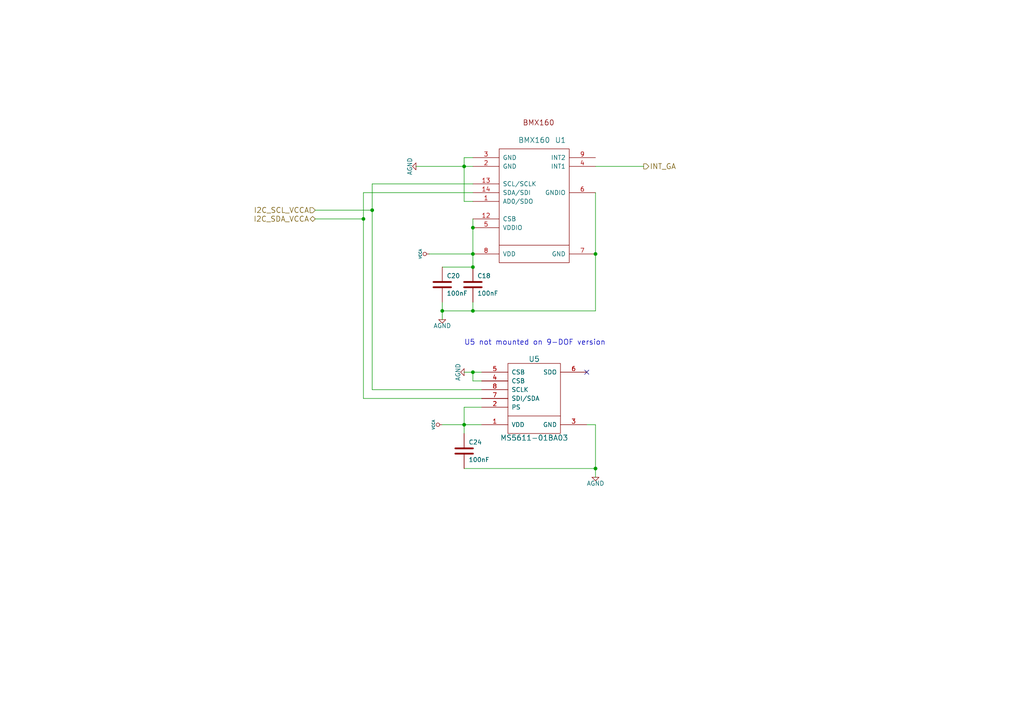
<source format=kicad_sch>
(kicad_sch (version 20211123) (generator eeschema)
  (paper "A4")
  (title_block (title "Crazyflie control board") (date "2019-10-14") (rev "F") (company "Bitcraze AB (CC BY-NC-SA)"))
  (lib_symbols
    (symbol "Crazyflie-contol-board-rescue:AGND-Crazyflie-contol-board-rescue" (power) (pin_names (offset 0.254))
      (property "Value" "AGND-Crazyflie-contol-board-rescue" (at 0 -1.778 0))
      (symbol "AGND-Crazyflie-contol-board-rescue_0_1"
        (polyline (pts (xy -1.016 0) (xy 1.016 0) (xy 0 -1.016) (xy -1.016 0)))
      )
      (symbol "AGND-Crazyflie-contol-board-rescue_1_1"
        (pin power_in line (at 0 0 90) (length 0) hide (name "AGND") (number "1"))
      )
    )
    (symbol "Crazyflie-contol-board-rescue:BMX160-SensorMotion" (pin_names (offset 1.016))
      (property "Reference" "U" (at 0 17.78 0))
      (property "Value" "BMX160-SensorMotion" (at 0 -17.78 0))
      (symbol "BMX160-SensorMotion_0_0"
        (text "BMX160" (at 1.27 24.13 0) (effects (font (size 1.524 1.524))))
      )
      (symbol "BMX160-SensorMotion_0_1"
        (rectangle (start -10.16 16.51) (end 10.16 -16.51))
        (polyline (pts (xy -10.16 -11.43) (xy 10.16 -11.43)))
      )
      (symbol "BMX160-SensorMotion_1_1"
        (pin input line (at -17.78 1.27 0) (length 7.62) (name "AD0/SDO") (number "1"))
        (pin input line (at -17.78 -3.81 0) (length 7.62) (name "CSB") (number "12"))
        (pin bidirectional line (at -17.78 6.35 0) (length 7.62) (name "SCL/SCLK") (number "13"))
        (pin input line (at -17.78 3.81 0) (length 7.62) (name "SDA/SDI") (number "14"))
        (pin input line (at -17.78 11.43 0) (length 7.62) (name "GND") (number "2"))
        (pin input line (at -17.78 13.97 0) (length 7.62) (name "GND") (number "3"))
        (pin output line (at 17.78 11.43 180) (length 7.62) (name "INT1") (number "4"))
        (pin input line (at -17.78 -6.35 0) (length 7.62) (name "VDDIO") (number "5"))
        (pin bidirectional line (at 17.78 3.81 180) (length 7.62) (name "GNDIO") (number "6"))
        (pin power_in line (at 17.78 -13.97 180) (length 7.62) (name "GND") (number "7"))
        (pin power_in line (at -17.78 -13.97 0) (length 7.62) (name "VDD") (number "8"))
        (pin output line (at 17.78 13.97 180) (length 7.62) (name "INT2") (number "9"))
      )
    )
    (symbol "Crazyflie-contol-board-rescue:C-Crazyflie-contol-board-rescue" (pin_numbers hide) (pin_names (offset 0.254))
      (property "Reference" "C" (at 1.27 2.54 0))
      (property "Value" "C-Crazyflie-contol-board-rescue" (at 1.27 -2.54 0))
      (symbol "C-Crazyflie-contol-board-rescue_0_1"
        (polyline (pts (xy -2.54 -0.762) (xy 2.54 -0.762)) (stroke (width 0.508)))
        (polyline (pts (xy -2.54 0.762) (xy 2.54 0.762)) (stroke (width 0.508)))
      )
      (symbol "C-Crazyflie-contol-board-rescue_1_1"
        (pin passive line (at 0 5.08 270) (length 4.318) (name "~") (number "1"))
        (pin passive line (at 0 -5.08 90) (length 4.318) (name "~") (number "2"))
      )
    )
    (symbol "Crazyflie-contol-board-rescue:MS5611-01BA01-Crazyflie-contol-board-rescue" (pin_names (offset 1.016))
      (property "Reference" "U" (at 0 11.43 0))
      (property "Value" "MS5611-01BA01-Crazyflie-contol-board-rescue" (at 0 -11.43 0))
      (symbol "MS5611-01BA01-Crazyflie-contol-board-rescue_0_1"
        (rectangle (start -7.62 10.16) (end 7.62 -10.16))
        (polyline (pts (xy -7.62 -5.08) (xy 7.62 -5.08)))
      )
      (symbol "MS5611-01BA01-Crazyflie-contol-board-rescue_1_1"
        (pin power_in line (at -15.24 -7.62 0) (length 7.62) (name "VDD") (number "1"))
        (pin input line (at -15.24 -2.54 0) (length 7.62) (name "PS") (number "2"))
        (pin power_in line (at 15.24 -7.62 180) (length 7.62) (name "GND") (number "3"))
        (pin input line (at -15.24 5.08 0) (length 7.62) (name "CSB") (number "4"))
        (pin input line (at -15.24 7.62 0) (length 7.62) (name "CSB") (number "5"))
        (pin bidirectional line (at 15.24 7.62 180) (length 7.62) (name "SDO") (number "6"))
        (pin bidirectional line (at -15.24 0 0) (length 7.62) (name "SDI/SDA") (number "7"))
        (pin bidirectional line (at -15.24 2.54 0) (length 7.62) (name "SCLK") (number "8"))
      )
    )
    (symbol "Crazyflie-contol-board-rescue:VCCA-Crazyflie-contol-board-rescue" (power) (pin_names (offset 0))
      (property "Value" "VCCA-Crazyflie-contol-board-rescue" (at 0 2.54 0))
      (symbol "VCCA-Crazyflie-contol-board-rescue_0_0"
        (pin power_in line (at 0 0 90) (length 0) hide (name "VCCA") (number "1"))
      )
      (symbol "VCCA-Crazyflie-contol-board-rescue_0_1"
        (polyline (pts (xy 0 0) (xy 0 0.762) (xy 0 0.762)))
        (circle (center 0 1.27) (radius 0.508))
      )
    )
  )
  (junction (at 128.27 90.17))
  (junction (at 172.72 135.89))
  (junction (at 137.16 107.95))
  (junction (at 137.16 73.66))
  (junction (at 172.72 73.66))
  (junction (at 137.16 77.47))
  (junction (at 105.41 63.5))
  (junction (at 137.16 90.17))
  (junction (at 134.62 48.26))
  (junction (at 137.16 66.04))
  (junction (at 107.95 60.96))
  (junction (at 134.62 123.19))
  (no_connect (at 170.18 107.95))
  (wire (pts (xy 137.16 55.88) (xy 105.41 55.88)))
  (wire (pts (xy 172.72 123.19) (xy 172.72 135.89)))
  (wire (pts (xy 107.95 113.03) (xy 139.7 113.03)))
  (wire (pts (xy 128.27 92.71) (xy 128.27 90.17)))
  (wire (pts (xy 139.7 107.95) (xy 137.16 107.95)))
  (wire (pts (xy 128.27 123.19) (xy 134.62 123.19)))
  (wire (pts (xy 137.16 53.34) (xy 107.95 53.34)))
  (wire (pts (xy 137.16 58.42) (xy 134.62 58.42)))
  (wire (pts (xy 172.72 73.66) (xy 172.72 90.17)))
  (wire (pts (xy 134.62 123.19) (xy 134.62 118.11)))
  (wire (pts (xy 137.16 77.47) (xy 137.16 73.66)))
  (wire (pts (xy 105.41 115.57) (xy 139.7 115.57)))
  (wire (pts (xy 105.41 115.57) (xy 105.41 63.5)))
  (wire (pts (xy 172.72 55.88) (xy 172.72 73.66)))
  (wire (pts (xy 128.27 87.63) (xy 128.27 90.17)))
  (wire (pts (xy 137.16 66.04) (xy 137.16 73.66)))
  (wire (pts (xy 91.44 60.96) (xy 107.95 60.96)))
  (wire (pts (xy 107.95 113.03) (xy 107.95 60.96)))
  (wire (pts (xy 134.62 48.26) (xy 120.65 48.26)))
  (wire (pts (xy 139.7 123.19) (xy 134.62 123.19)))
  (wire (pts (xy 105.41 63.5) (xy 105.41 55.88)))
  (wire (pts (xy 134.62 58.42) (xy 134.62 48.26)))
  (wire (pts (xy 137.16 45.72) (xy 134.62 45.72)))
  (wire (pts (xy 91.44 63.5) (xy 105.41 63.5)))
  (wire (pts (xy 134.62 125.73) (xy 134.62 123.19)))
  (wire (pts (xy 107.95 53.34) (xy 107.95 60.96)))
  (wire (pts (xy 172.72 48.26) (xy 186.69 48.26)))
  (wire (pts (xy 128.27 77.47) (xy 137.16 77.47)))
  (wire (pts (xy 137.16 90.17) (xy 128.27 90.17)))
  (wire (pts (xy 172.72 135.89) (xy 172.72 138.43)))
  (wire (pts (xy 137.16 87.63) (xy 137.16 90.17)))
  (wire (pts (xy 134.62 135.89) (xy 172.72 135.89)))
  (wire (pts (xy 137.16 63.5) (xy 137.16 66.04)))
  (wire (pts (xy 137.16 107.95) (xy 137.16 110.49)))
  (wire (pts (xy 134.62 45.72) (xy 134.62 48.26)))
  (wire (pts (xy 172.72 90.17) (xy 137.16 90.17)))
  (wire (pts (xy 170.18 123.19) (xy 172.72 123.19)))
  (wire (pts (xy 134.62 107.95) (xy 137.16 107.95)))
  (wire (pts (xy 137.16 73.66) (xy 124.46 73.66)))
  (wire (pts (xy 137.16 48.26) (xy 134.62 48.26)))
  (wire (pts (xy 134.62 118.11) (xy 139.7 118.11)))
  (wire (pts (xy 137.16 110.49) (xy 139.7 110.49)))
  (text "U5 not mounted on 9-DOF version" (at 134.62 100.33 0) (effects (font (size 1.524 1.524)) (justify left bottom)))
  (hierarchical_label "I2C_SCL_VCCA" (shape input) (at 91.44 60.96 180) (effects (font (size 1.524 1.524))))
  (hierarchical_label "I2C_SDA_VCCA" (shape bidirectional) (at 91.44 63.5 180) (effects (font (size 1.524 1.524))))
  (hierarchical_label "INT_GA" (shape output) (at 186.69 48.26 0) (effects (font (size 1.524 1.524))))
  (symbol (lib_id "Crazyflie-contol-board-rescue:C-Crazyflie-contol-board-rescue") (at 137.16 82.55 0) (unit 1)
    (property "Reference" "C18" (at 138.43 80.01 0) (effects (justify left)))
    (property "Value" "100nF" (at 138.43 85.09 0) (effects (justify left)))
    (property "Footprint" "ESP32-footprints-Lib:0603_new_new" (effects hide))
  )
  (symbol (lib_id "Crazyflie-contol-board-rescue:AGND-Crazyflie-contol-board-rescue") (at 128.27 92.71 0) (unit 1)
    (property "Reference" "#PWR040" (effects hide))
    (property "Value" "AGND" (at 128.27 94.488 0))
  )
  (symbol (lib_id "Crazyflie-contol-board-rescue:VCCA-Crazyflie-contol-board-rescue") (at 124.46 73.66 90) (unit 1)
    (property "Reference" "#PWR039" (effects hide))
    (property "Value" "VCCA" (at 121.92 73.66 0) (effects (font (size 0.762 0.762))))
  )
  (symbol (lib_id "Crazyflie-contol-board-rescue:C-Crazyflie-contol-board-rescue") (at 128.27 82.55 0) (unit 1)
    (property "Reference" "C20" (at 129.54 80.01 0) (effects (justify left)))
    (property "Value" "100nF" (at 129.54 85.09 0) (effects (justify left)))
    (property "Footprint" "ESP32-footprints-Lib:0603_new_new" (effects hide))
  )
  (symbol (lib_id "Crazyflie-contol-board-rescue:MS5611-01BA01-Crazyflie-contol-board-rescue") (at 154.94 115.57 0) (unit 1)
    (property "Reference" "U5" (at 154.94 104.14 0) (effects (font (size 1.524 1.524))))
    (property "Value" "MS5611-01BA03" (at 154.94 127 0) (effects (font (size 1.524 1.524))))
    (property "Footprint" "MS5611" (effects hide))
    (property "Fält4" "Measurement Specialties" (effects hide))
    (property "Fält5" "MS5611-01BA03" (effects hide))
  )
  (symbol (lib_id "Crazyflie-contol-board-rescue:AGND-Crazyflie-contol-board-rescue") (at 172.72 138.43 0) (unit 1)
    (property "Reference" "#PWR034" (effects hide))
    (property "Value" "AGND" (at 172.72 140.208 0))
  )
  (symbol (lib_id "Crazyflie-contol-board-rescue:C-Crazyflie-contol-board-rescue") (at 134.62 130.81 0) (unit 1)
    (property "Reference" "C24" (at 135.89 128.27 0) (effects (justify left)))
    (property "Value" "100nF" (at 135.89 133.35 0) (effects (justify left)))
    (property "Footprint" "ESP32-footprints-Lib:0603_new_new" (effects hide))
  )
  (symbol (lib_id "Crazyflie-contol-board-rescue:AGND-Crazyflie-contol-board-rescue") (at 134.62 107.95 270) (unit 1)
    (property "Reference" "#PWR032" (effects hide))
    (property "Value" "AGND" (at 132.842 107.95 0))
  )
  (symbol (lib_id "Crazyflie-contol-board-rescue:VCCA-Crazyflie-contol-board-rescue") (at 128.27 123.19 90) (unit 1)
    (property "Reference" "#PWR031" (effects hide))
    (property "Value" "VCCA" (at 125.73 123.19 0) (effects (font (size 0.762 0.762))))
  )
  (symbol (lib_id "Crazyflie-contol-board-rescue:BMX160-SensorMotion") (at 154.94 59.69 0) (unit 1)
    (property "Reference" "U1" (at 162.56 40.64 0) (effects (font (size 1.524 1.524))))
    (property "Value" "BMX160" (at 154.94 40.64 0) (effects (font (size 1.524 1.524))))
    (property "Footprint" "digikey-footprints:LGA-14L_2.5x3mm__LSM6DS3" (effects hide))
  )
  (symbol (lib_id "Crazyflie-contol-board-rescue:AGND-Crazyflie-contol-board-rescue") (at 120.65 48.26 270) (unit 1)
    (property "Reference" "#PWR0115" (effects hide))
    (property "Value" "AGND" (at 118.872 48.26 0))
  )
)
</source>
